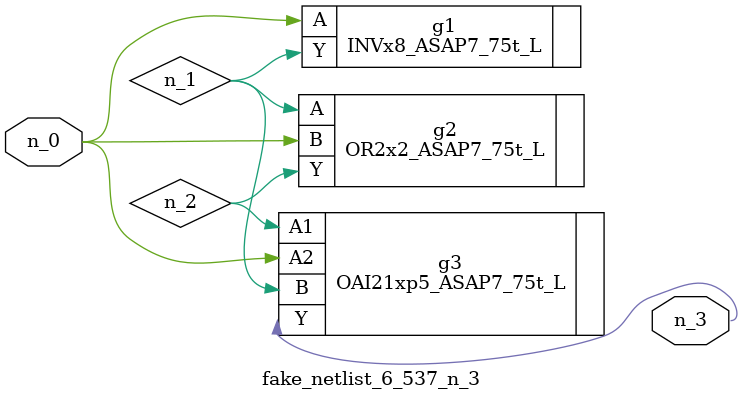
<source format=v>
module fake_netlist_6_537_n_3 (n_0, n_3);

input n_0;

output n_3;

wire n_1;
wire n_2;

INVx8_ASAP7_75t_L g1 ( 
.A(n_0),
.Y(n_1)
);

OR2x2_ASAP7_75t_L g2 ( 
.A(n_1),
.B(n_0),
.Y(n_2)
);

OAI21xp5_ASAP7_75t_L g3 ( 
.A1(n_2),
.A2(n_0),
.B(n_1),
.Y(n_3)
);


endmodule
</source>
